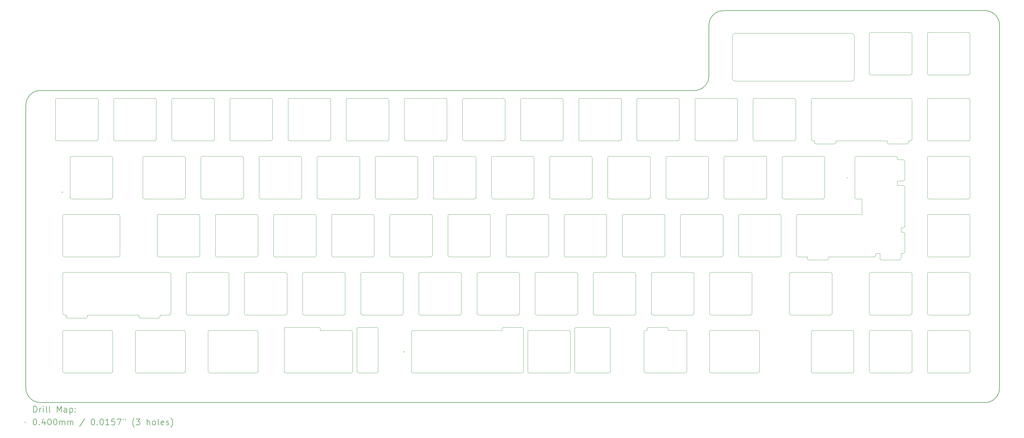
<source format=gbr>
%FSLAX45Y45*%
G04 Gerber Fmt 4.5, Leading zero omitted, Abs format (unit mm)*
G04 Created by KiCad (PCBNEW (6.0.0-0)) date 2022-10-17 22:45:53*
%MOMM*%
%LPD*%
G01*
G04 APERTURE LIST*
%TA.AperFunction,Profile*%
%ADD10C,0.050000*%
%TD*%
%TA.AperFunction,Profile*%
%ADD11C,0.150000*%
%TD*%
%ADD12C,0.200000*%
%ADD13C,0.040000*%
G04 APERTURE END LIST*
D10*
X13675000Y-12908750D02*
G75*
G03*
X13625000Y-12958750I0J-50000D01*
G01*
X21076250Y-14818750D02*
G75*
G03*
X21026250Y-14868750I0J-50000D01*
G01*
D11*
X36051250Y-4297500D02*
X27456250Y-4297500D01*
D10*
X29382500Y-9138750D02*
X29382500Y-10438750D01*
X30337500Y-7228750D02*
X30337500Y-8528750D01*
X6557000Y-14309250D02*
X8245000Y-14309250D01*
X34157500Y-5063750D02*
X34157500Y-6363750D01*
X27950000Y-12348750D02*
G75*
G03*
X28000000Y-12398750I50000J0D01*
G01*
X18367500Y-7228750D02*
G75*
G03*
X18317500Y-7178750I-50000J0D01*
G01*
X30909950Y-12398750D02*
X32403750Y-12398750D01*
X14547500Y-8528750D02*
X14547500Y-7228750D01*
X33597500Y-6413750D02*
G75*
G03*
X33647500Y-6363750I0J50000D01*
G01*
X13065000Y-12908750D02*
X11765000Y-12908750D01*
X15025000Y-12958750D02*
G75*
G03*
X14975000Y-12908750I-50000J0D01*
G01*
X32297500Y-16218750D02*
X33597500Y-16218750D01*
X24575000Y-14258750D02*
X24575000Y-12958750D01*
X32297500Y-6413750D02*
X33597500Y-6413750D01*
X27917500Y-8528750D02*
X27917500Y-7228750D01*
X33597500Y-12908750D02*
X32297500Y-12908750D01*
X16967500Y-8528750D02*
G75*
G03*
X17017500Y-8578750I50000J0D01*
G01*
X11155000Y-12908750D02*
X9855000Y-12908750D01*
X25480000Y-10998750D02*
X24180000Y-10998750D01*
X24896250Y-14818750D02*
G75*
G03*
X24846250Y-14868750I0J-50000D01*
G01*
X34157500Y-14258750D02*
G75*
G03*
X34207500Y-14308750I50000J0D01*
G01*
X9722500Y-16218750D02*
G75*
G03*
X9772500Y-16168750I0J50000D01*
G01*
X10200000Y-12398750D02*
G75*
G03*
X10250000Y-12348750I0J50000D01*
G01*
X15457550Y-16218750D02*
X16057550Y-16218750D01*
X12110000Y-12398750D02*
G75*
G03*
X12160000Y-12348750I0J50000D01*
G01*
X8245050Y-14358750D02*
G75*
G03*
X8295050Y-14408750I50000J0D01*
G01*
X33358750Y-11587550D02*
X33297550Y-11587550D01*
X34157500Y-16168750D02*
G75*
G03*
X34207500Y-16218750I50000J0D01*
G01*
X25085000Y-12958750D02*
X25085000Y-14258750D01*
X9245000Y-12908750D02*
X7945000Y-12908750D01*
X18450000Y-12398750D02*
X19750000Y-12398750D01*
X14630000Y-10998750D02*
G75*
G03*
X14580000Y-11048750I0J-50000D01*
G01*
X13115000Y-14258750D02*
X13115000Y-12958750D01*
X31098700Y-8678750D02*
G75*
G03*
X31148700Y-8628750I0J50000D01*
G01*
X5796250Y-14308750D02*
X5857450Y-14309250D01*
X33408750Y-10093750D02*
G75*
G03*
X33358750Y-10043750I-50000J0D01*
G01*
X31820000Y-9088750D02*
G75*
G03*
X31770000Y-9138750I0J-50000D01*
G01*
X8183750Y-14818750D02*
G75*
G03*
X8133750Y-14868750I0J-50000D01*
G01*
X26196250Y-14818750D02*
X25642500Y-14818750D01*
X15057500Y-7228750D02*
X15057500Y-8528750D01*
X7467500Y-7178750D02*
G75*
G03*
X7417500Y-7228750I0J-50000D01*
G01*
X13147500Y-7228750D02*
X13147500Y-8528750D01*
X32642500Y-7178750D02*
X31342500Y-7178750D01*
X27950000Y-11048750D02*
X27950000Y-12348750D01*
D11*
X36051250Y-17190000D02*
G75*
G03*
X36528750Y-16712500I0J477500D01*
G01*
D10*
X10200000Y-10998750D02*
X8900000Y-10998750D01*
X35507500Y-6413750D02*
G75*
G03*
X35557500Y-6363750I0J50000D01*
G01*
X30732500Y-10488750D02*
G75*
G03*
X30782500Y-10438750I0J50000D01*
G01*
X33597500Y-14818750D02*
X32297500Y-14818750D01*
X12110000Y-14818750D02*
X10571250Y-14818750D01*
X27045000Y-14308750D02*
X28345000Y-14308750D01*
X34207500Y-16218750D02*
X35507500Y-16218750D01*
X33358750Y-12287550D02*
G75*
G03*
X33408750Y-12237550I0J50000D01*
G01*
X23570000Y-12398750D02*
G75*
G03*
X23620000Y-12348750I0J50000D01*
G01*
X22747500Y-7178750D02*
G75*
G03*
X22697500Y-7228750I0J-50000D01*
G01*
X25002500Y-10488750D02*
G75*
G03*
X25052500Y-10438750I0J50000D01*
G01*
X35557500Y-10438750D02*
X35557500Y-9138750D01*
X20310000Y-11048750D02*
X20310000Y-12348750D01*
X5746250Y-14868750D02*
X5746250Y-16168750D01*
X11287500Y-8578750D02*
X12587500Y-8578750D01*
X34207500Y-6413750D02*
X35507500Y-6413750D01*
X19832500Y-10438750D02*
G75*
G03*
X19882500Y-10488750I50000J0D01*
G01*
X12587500Y-7178750D02*
X11287500Y-7178750D01*
X35557500Y-8528750D02*
X35557500Y-7228750D01*
X14580000Y-12348750D02*
G75*
G03*
X14630000Y-12398750I50000J0D01*
G01*
X15535000Y-14258750D02*
G75*
G03*
X15585000Y-14308750I50000J0D01*
G01*
X20277500Y-7228750D02*
G75*
G03*
X20227500Y-7178750I-50000J0D01*
G01*
X29827500Y-8528750D02*
X29827500Y-7228750D01*
X12160000Y-14868750D02*
G75*
G03*
X12110000Y-14818750I-50000J0D01*
G01*
X17890000Y-12348750D02*
X17890000Y-11048750D01*
X12242500Y-9088750D02*
G75*
G03*
X12192500Y-9138750I0J-50000D01*
G01*
X5507500Y-7228750D02*
X5507500Y-8528750D01*
X22665000Y-12958750D02*
G75*
G03*
X22615000Y-12908750I-50000J0D01*
G01*
X25592500Y-14718750D02*
X24992500Y-14718750D01*
X8051250Y-12908750D02*
X6751250Y-12908750D01*
X35507500Y-5013750D02*
X34207500Y-5013750D01*
X35507500Y-7178750D02*
X34207500Y-7178750D01*
X21710000Y-12348750D02*
X21710000Y-11048750D01*
X12670000Y-11048750D02*
X12670000Y-12348750D01*
X18317500Y-8578750D02*
G75*
G03*
X18367500Y-8528750I0J50000D01*
G01*
X17922500Y-9138750D02*
X17922500Y-10438750D01*
X26090000Y-12398750D02*
X27390000Y-12398750D01*
X23620000Y-12348750D02*
X23620000Y-11048750D01*
X33647500Y-7228750D02*
G75*
G03*
X33597500Y-7178750I-50000J0D01*
G01*
X27522500Y-10488750D02*
X28822500Y-10488750D01*
X5857450Y-14309250D02*
X5857450Y-14358750D01*
X25530000Y-12348750D02*
X25530000Y-11048750D01*
X30782500Y-10438750D02*
X30782500Y-9138750D01*
X27472500Y-10438750D02*
G75*
G03*
X27522500Y-10488750I50000J0D01*
G01*
X15930000Y-12398750D02*
G75*
G03*
X15980000Y-12348750I0J50000D01*
G01*
X26435000Y-12908750D02*
X25135000Y-12908750D01*
X28477500Y-7178750D02*
G75*
G03*
X28427500Y-7228750I0J-50000D01*
G01*
X7623750Y-12348750D02*
X7623750Y-11048750D01*
X18927500Y-8578750D02*
X20227500Y-8578750D01*
X27045000Y-14818750D02*
G75*
G03*
X26995000Y-14868750I0J-50000D01*
G01*
X20232450Y-14718750D02*
G75*
G03*
X20182450Y-14768750I0J-50000D01*
G01*
X30971250Y-14308750D02*
G75*
G03*
X31021250Y-14258750I0J50000D01*
G01*
X10521250Y-14868750D02*
X10521250Y-16168750D01*
X16062500Y-10488750D02*
X17362500Y-10488750D01*
X30387500Y-7178750D02*
G75*
G03*
X30337500Y-7228750I0J-50000D01*
G01*
X30448700Y-8628750D02*
G75*
G03*
X30498700Y-8678750I50000J0D01*
G01*
X25530000Y-11048750D02*
G75*
G03*
X25480000Y-10998750I-50000J0D01*
G01*
X32008750Y-10998750D02*
X29910000Y-10998750D01*
X26995000Y-14868750D02*
X26995000Y-16168750D01*
X19322500Y-9138750D02*
G75*
G03*
X19272500Y-9088750I-50000J0D01*
G01*
X18795000Y-12908750D02*
X17495000Y-12908750D01*
X22137500Y-7178750D02*
X20837500Y-7178750D01*
X5557500Y-7178750D02*
G75*
G03*
X5507500Y-7228750I0J-50000D01*
G01*
X35557500Y-14258750D02*
X35557500Y-12958750D01*
X26246250Y-16168750D02*
X26246250Y-14868750D01*
X26995000Y-12958750D02*
X26995000Y-14258750D01*
X11205000Y-12958750D02*
G75*
G03*
X11155000Y-12908750I-50000J0D01*
G01*
X22615000Y-14308750D02*
G75*
G03*
X22665000Y-14258750I0J50000D01*
G01*
X6907500Y-8528750D02*
X6907500Y-7228750D01*
D11*
X4536250Y-16712500D02*
X4536250Y-7401250D01*
D10*
X23142500Y-9138750D02*
G75*
G03*
X23092500Y-9088750I-50000J0D01*
G01*
D11*
X36528750Y-16712500D02*
X36528750Y-4775000D01*
D10*
X35557500Y-12348750D02*
X35557500Y-11048750D01*
X22187500Y-7228750D02*
G75*
G03*
X22137500Y-7178750I-50000J0D01*
G01*
X5796250Y-10998750D02*
G75*
G03*
X5746250Y-11048750I0J-50000D01*
G01*
X26517500Y-7228750D02*
X26517500Y-8528750D01*
X32247500Y-5063750D02*
X32247500Y-6363750D01*
X28000000Y-10998750D02*
G75*
G03*
X27950000Y-11048750I0J-50000D01*
G01*
X19405000Y-14308750D02*
X20705000Y-14308750D01*
X21792500Y-9088750D02*
G75*
G03*
X21742500Y-9138750I0J-50000D01*
G01*
X5796250Y-12908750D02*
G75*
G03*
X5746250Y-12958750I0J-50000D01*
G01*
X34157500Y-9138750D02*
X34157500Y-10438750D01*
X19882500Y-9088750D02*
G75*
G03*
X19832500Y-9138750I0J-50000D01*
G01*
X24130000Y-11048750D02*
X24130000Y-12348750D01*
X12720000Y-10998750D02*
G75*
G03*
X12670000Y-11048750I0J-50000D01*
G01*
X30209950Y-12448750D02*
G75*
G03*
X30259950Y-12498750I50000J0D01*
G01*
X34207500Y-14308750D02*
X35507500Y-14308750D01*
X10521250Y-16168750D02*
G75*
G03*
X10571250Y-16218750I50000J0D01*
G01*
X5746250Y-14258750D02*
G75*
G03*
X5796250Y-14308750I50000J0D01*
G01*
X10571250Y-16218750D02*
X12110000Y-16218750D01*
X8245000Y-14309250D02*
X8245000Y-14358750D01*
X19355000Y-12958750D02*
X19355000Y-14258750D01*
X8767500Y-7178750D02*
X7467500Y-7178750D01*
X17206250Y-16168750D02*
G75*
G03*
X17256250Y-16218750I50000J0D01*
G01*
X30209950Y-12398750D02*
X30209950Y-12448750D01*
X14070000Y-12348750D02*
X14070000Y-11048750D01*
X24896250Y-16218750D02*
X26196250Y-16218750D01*
X32297500Y-12908750D02*
G75*
G03*
X32247500Y-12958750I0J-50000D01*
G01*
X18400000Y-12348750D02*
G75*
G03*
X18450000Y-12398750I50000J0D01*
G01*
X10760000Y-11048750D02*
X10760000Y-12348750D01*
X20182450Y-14768750D02*
X20182450Y-14818250D01*
X32403750Y-12398750D02*
G75*
G03*
X32453750Y-12348750I0J50000D01*
G01*
X30387500Y-16218750D02*
X31687500Y-16218750D01*
X10521250Y-16168750D02*
G75*
G03*
X10571250Y-16218750I50000J0D01*
G01*
X28427500Y-7228750D02*
X28427500Y-8528750D01*
X14020000Y-12398750D02*
G75*
G03*
X14070000Y-12348750I0J50000D01*
G01*
X25612500Y-10488750D02*
X26912500Y-10488750D01*
X18367500Y-8528750D02*
X18367500Y-7228750D01*
X12110000Y-16218750D02*
G75*
G03*
X12160000Y-16168750I0J50000D01*
G01*
X33297550Y-12448750D02*
X33297550Y-12287550D01*
X5746250Y-12958750D02*
X5746250Y-14258750D01*
X33170000Y-9899950D02*
X33358750Y-9899950D01*
X28583750Y-16218750D02*
G75*
G03*
X28633750Y-16168750I0J50000D01*
G01*
X8422500Y-9088750D02*
G75*
G03*
X8372500Y-9138750I0J-50000D01*
G01*
X5746250Y-16168750D02*
G75*
G03*
X5796250Y-16218750I50000J0D01*
G01*
X14102500Y-10438750D02*
G75*
G03*
X14152500Y-10488750I50000J0D01*
G01*
X16885000Y-12908750D02*
X15585000Y-12908750D01*
X12192500Y-9138750D02*
X12192500Y-10438750D01*
X13147500Y-8528750D02*
G75*
G03*
X13197500Y-8578750I50000J0D01*
G01*
X30859950Y-12498750D02*
G75*
G03*
X30909950Y-12448750I0J50000D01*
G01*
X16062500Y-9088750D02*
G75*
G03*
X16012500Y-9138750I0J-50000D01*
G01*
X23683750Y-16218750D02*
G75*
G03*
X23733750Y-16168750I0J50000D01*
G01*
X6035000Y-10488750D02*
X7335000Y-10488750D01*
X28633750Y-16168750D02*
X28633750Y-14868750D01*
X16935000Y-12958750D02*
G75*
G03*
X16885000Y-12908750I-50000J0D01*
G01*
X20832450Y-14718750D02*
X20232450Y-14718750D01*
X34207500Y-12908750D02*
G75*
G03*
X34157500Y-12958750I0J-50000D01*
G01*
X26090000Y-10998750D02*
G75*
G03*
X26040000Y-11048750I0J-50000D01*
G01*
X17972500Y-10488750D02*
X19272500Y-10488750D01*
X13592500Y-10438750D02*
X13592500Y-9138750D01*
X5746250Y-14868750D02*
X5746250Y-16168750D01*
X26007500Y-7228750D02*
G75*
G03*
X25957500Y-7178750I-50000J0D01*
G01*
X24525000Y-14308750D02*
G75*
G03*
X24575000Y-14258750I0J50000D01*
G01*
X13542500Y-10488750D02*
G75*
G03*
X13592500Y-10438750I0J50000D01*
G01*
X35557500Y-12958750D02*
G75*
G03*
X35507500Y-12908750I-50000J0D01*
G01*
X30337500Y-16168750D02*
G75*
G03*
X30387500Y-16218750I50000J0D01*
G01*
X8767500Y-8578750D02*
G75*
G03*
X8817500Y-8528750I0J50000D01*
G01*
X14580000Y-11048750D02*
X14580000Y-12348750D01*
X28477500Y-8578750D02*
X29777500Y-8578750D01*
D11*
X5013750Y-6923750D02*
G75*
G03*
X4536250Y-7401250I0J-477500D01*
G01*
D10*
X35507500Y-12398750D02*
G75*
G03*
X35557500Y-12348750I0J50000D01*
G01*
X25480000Y-12398750D02*
G75*
G03*
X25530000Y-12348750I0J50000D01*
G01*
X20360000Y-12398750D02*
X21660000Y-12398750D01*
X33536300Y-8578750D02*
X33597500Y-8578750D01*
X15502500Y-9138750D02*
G75*
G03*
X15452500Y-9088750I-50000J0D01*
G01*
X7385000Y-16168750D02*
X7385000Y-14868750D01*
X15452500Y-10488750D02*
G75*
G03*
X15502500Y-10438750I0J50000D01*
G01*
X19750000Y-10998750D02*
X18450000Y-10998750D01*
X11632500Y-9088750D02*
X10332500Y-9088750D01*
X6507450Y-14408750D02*
G75*
G03*
X6557450Y-14358750I0J50000D01*
G01*
X11715000Y-14258750D02*
G75*
G03*
X11765000Y-14308750I50000J0D01*
G01*
X10727500Y-7228750D02*
G75*
G03*
X10677500Y-7178750I-50000J0D01*
G01*
X26040000Y-11048750D02*
X26040000Y-12348750D01*
X27045000Y-16218750D02*
X28583750Y-16218750D01*
X21182500Y-9088750D02*
X19882500Y-9088750D01*
X19800000Y-11048750D02*
G75*
G03*
X19750000Y-10998750I-50000J0D01*
G01*
X13115000Y-12958750D02*
G75*
G03*
X13065000Y-12908750I-50000J0D01*
G01*
X16457500Y-7228750D02*
G75*
G03*
X16407500Y-7178750I-50000J0D01*
G01*
X7385000Y-10438750D02*
X7385000Y-9138750D01*
X21232500Y-10438750D02*
X21232500Y-9138750D01*
X23225000Y-12908750D02*
G75*
G03*
X23175000Y-12958750I0J-50000D01*
G01*
X20755000Y-12958750D02*
G75*
G03*
X20705000Y-12908750I-50000J0D01*
G01*
X10677500Y-8578750D02*
G75*
G03*
X10727500Y-8528750I0J50000D01*
G01*
X10332500Y-9088750D02*
G75*
G03*
X10282500Y-9138750I0J-50000D01*
G01*
X33647500Y-16168750D02*
X33647500Y-14868750D01*
X9772500Y-9138750D02*
G75*
G03*
X9722500Y-9088750I-50000J0D01*
G01*
X10571250Y-14818750D02*
G75*
G03*
X10521250Y-14868750I0J-50000D01*
G01*
X31687500Y-16218750D02*
G75*
G03*
X31737500Y-16168750I0J50000D01*
G01*
X9855000Y-12908750D02*
G75*
G03*
X9805000Y-12958750I0J-50000D01*
G01*
X33408750Y-11393750D02*
X33408750Y-10093750D01*
X24846250Y-16168750D02*
G75*
G03*
X24896250Y-16218750I50000J0D01*
G01*
X23702500Y-10488750D02*
X25002500Y-10488750D01*
X13197500Y-7178750D02*
G75*
G03*
X13147500Y-7228750I0J-50000D01*
G01*
X7335000Y-10488750D02*
G75*
G03*
X7385000Y-10438750I0J50000D01*
G01*
X33247550Y-12498750D02*
G75*
G03*
X33297550Y-12448750I0J50000D01*
G01*
X17972500Y-9088750D02*
G75*
G03*
X17922500Y-9138750I0J-50000D01*
G01*
X27390000Y-12398750D02*
G75*
G03*
X27440000Y-12348750I0J50000D01*
G01*
X8183750Y-16218750D02*
X9722500Y-16218750D01*
X25612500Y-9088750D02*
G75*
G03*
X25562500Y-9138750I0J-50000D01*
G01*
X26912500Y-9088750D02*
X25612500Y-9088750D01*
X25052500Y-10438750D02*
X25052500Y-9138750D01*
X14975000Y-14308750D02*
G75*
G03*
X15025000Y-14258750I0J50000D01*
G01*
X35557500Y-7228750D02*
G75*
G03*
X35507500Y-7178750I-50000J0D01*
G01*
X32297500Y-14308750D02*
X33597500Y-14308750D01*
X35507500Y-12908750D02*
X34207500Y-12908750D01*
X28633750Y-14868750D02*
G75*
G03*
X28583750Y-14818750I-50000J0D01*
G01*
X29860000Y-11048750D02*
X29860000Y-12348750D01*
X34207500Y-9088750D02*
G75*
G03*
X34157500Y-9138750I0J-50000D01*
G01*
X27750000Y-5141250D02*
X27750000Y-6516250D01*
X22220000Y-12348750D02*
G75*
G03*
X22270000Y-12398750I50000J0D01*
G01*
X17890000Y-11048750D02*
G75*
G03*
X17840000Y-10998750I-50000J0D01*
G01*
X10521250Y-14868750D02*
X10521250Y-16168750D01*
X18877500Y-7228750D02*
X18877500Y-8528750D01*
X25135000Y-12908750D02*
G75*
G03*
X25085000Y-12958750I0J-50000D01*
G01*
D11*
X36528750Y-4775000D02*
G75*
G03*
X36051250Y-4297500I-477500J0D01*
G01*
D10*
X18845000Y-14258750D02*
X18845000Y-12958750D01*
X6557450Y-14358750D02*
X6557000Y-14309250D01*
X33647500Y-14258750D02*
X33647500Y-12958750D01*
X29350000Y-11048750D02*
G75*
G03*
X29300000Y-10998750I-50000J0D01*
G01*
X20882450Y-16168750D02*
X20882450Y-14768750D01*
X14497500Y-8578750D02*
G75*
G03*
X14547500Y-8528750I0J50000D01*
G01*
X19405000Y-12908750D02*
G75*
G03*
X19355000Y-12958750I0J-50000D01*
G01*
X20755000Y-14258750D02*
X20755000Y-12958750D01*
X26040000Y-12348750D02*
G75*
G03*
X26090000Y-12398750I50000J0D01*
G01*
X25957500Y-7178750D02*
X24657500Y-7178750D01*
X11155000Y-14308750D02*
G75*
G03*
X11205000Y-14258750I0J50000D01*
G01*
X21742500Y-10438750D02*
G75*
G03*
X21792500Y-10488750I50000J0D01*
G01*
X22270000Y-10998750D02*
G75*
G03*
X22220000Y-11048750I0J-50000D01*
G01*
X27522500Y-9088750D02*
G75*
G03*
X27472500Y-9138750I0J-50000D01*
G01*
X9855000Y-14308750D02*
X11155000Y-14308750D01*
X16057550Y-14718750D02*
X15457550Y-14718750D01*
X24846250Y-16168750D02*
G75*
G03*
X24896250Y-16218750I50000J0D01*
G01*
X33358750Y-10043750D02*
X33170000Y-10043750D01*
X16057550Y-16218750D02*
G75*
G03*
X16107550Y-16168750I0J50000D01*
G01*
X16885000Y-14308750D02*
G75*
G03*
X16935000Y-14258750I0J50000D01*
G01*
X22747500Y-8578750D02*
X24047500Y-8578750D01*
X26485000Y-14258750D02*
X26485000Y-12958750D01*
X15025000Y-14258750D02*
X15025000Y-12958750D01*
X8133750Y-16168750D02*
G75*
G03*
X8183750Y-16218750I50000J0D01*
G01*
X34207500Y-12398750D02*
X35507500Y-12398750D01*
X5796250Y-16218750D02*
X7335000Y-16218750D01*
X22187500Y-8528750D02*
X22187500Y-7228750D01*
X15535000Y-12958750D02*
X15535000Y-14258750D01*
X14975000Y-12908750D02*
X13675000Y-12908750D01*
X23652500Y-9138750D02*
X23652500Y-10438750D01*
X31675000Y-5041250D02*
X27850000Y-5041250D01*
X35507500Y-16218750D02*
G75*
G03*
X35557500Y-16168750I0J50000D01*
G01*
D11*
X27456250Y-4297500D02*
G75*
G03*
X26978750Y-4775000I0J-477500D01*
G01*
D10*
X22220000Y-11048750D02*
X22220000Y-12348750D01*
X8133750Y-14868750D02*
X8133750Y-16168750D01*
X25085000Y-14258750D02*
G75*
G03*
X25135000Y-14308750I50000J0D01*
G01*
X12670000Y-12348750D02*
G75*
G03*
X12720000Y-12398750I50000J0D01*
G01*
X34207500Y-10998750D02*
G75*
G03*
X34157500Y-11048750I0J-50000D01*
G01*
X18400000Y-11048750D02*
X18400000Y-12348750D01*
X26912500Y-10488750D02*
G75*
G03*
X26962500Y-10438750I0J50000D01*
G01*
X26435000Y-14308750D02*
G75*
G03*
X26485000Y-14258750I0J50000D01*
G01*
X33486300Y-8678750D02*
G75*
G03*
X33536300Y-8628750I0J50000D01*
G01*
X14102500Y-9138750D02*
X14102500Y-10438750D01*
X33647500Y-5063750D02*
G75*
G03*
X33597500Y-5013750I-50000J0D01*
G01*
X30498700Y-8678750D02*
X31098700Y-8678750D01*
X34157500Y-6363750D02*
G75*
G03*
X34207500Y-6413750I50000J0D01*
G01*
X14547500Y-7228750D02*
G75*
G03*
X14497500Y-7178750I-50000J0D01*
G01*
X31737500Y-16168750D02*
X31737500Y-14868750D01*
X13592500Y-9138750D02*
G75*
G03*
X13542500Y-9088750I-50000J0D01*
G01*
X15452500Y-9088750D02*
X14152500Y-9088750D01*
X34157500Y-7228750D02*
X34157500Y-8528750D01*
X32597550Y-12287550D02*
X32453750Y-12287550D01*
X12720000Y-12398750D02*
X14020000Y-12398750D01*
X14212500Y-14768750D02*
G75*
G03*
X14162500Y-14718750I-50000J0D01*
G01*
X11237500Y-8528750D02*
G75*
G03*
X11287500Y-8578750I50000J0D01*
G01*
X10677500Y-7178750D02*
X9377500Y-7178750D01*
X27867500Y-7178750D02*
X26567500Y-7178750D01*
X24896250Y-14818750D02*
G75*
G03*
X24846250Y-14868750I0J-50000D01*
G01*
X30387500Y-14818750D02*
G75*
G03*
X30337500Y-14868750I0J-50000D01*
G01*
X24607500Y-7228750D02*
X24607500Y-8528750D01*
X16012500Y-9138750D02*
X16012500Y-10438750D01*
X33647500Y-6363750D02*
X33647500Y-5063750D01*
X17495000Y-14308750D02*
X18795000Y-14308750D01*
X16490000Y-12348750D02*
G75*
G03*
X16540000Y-12398750I50000J0D01*
G01*
X8133750Y-14868750D02*
X8133750Y-16168750D01*
X30971250Y-12908750D02*
X29671250Y-12908750D01*
X11715000Y-12958750D02*
X11715000Y-14258750D01*
X7467500Y-8578750D02*
X8767500Y-8578750D01*
X17412500Y-10438750D02*
X17412500Y-9138750D01*
X5507500Y-8528750D02*
G75*
G03*
X5557500Y-8578750I50000J0D01*
G01*
X17206250Y-14868750D02*
X17206250Y-16168750D01*
X21232500Y-9138750D02*
G75*
G03*
X21182500Y-9088750I-50000J0D01*
G01*
X7335000Y-16218750D02*
G75*
G03*
X7385000Y-16168750I0J50000D01*
G01*
X25562500Y-10438750D02*
G75*
G03*
X25612500Y-10488750I50000J0D01*
G01*
X29860000Y-12348750D02*
G75*
G03*
X29910000Y-12398750I50000J0D01*
G01*
X35507500Y-9088750D02*
X34207500Y-9088750D01*
X13675000Y-14308750D02*
X14975000Y-14308750D01*
X24657500Y-8578750D02*
X25957500Y-8578750D01*
X14212500Y-14818250D02*
X14212500Y-14768750D01*
X20787500Y-8528750D02*
G75*
G03*
X20837500Y-8578750I50000J0D01*
G01*
X31770000Y-9138750D02*
X31770000Y-10438750D01*
X15263750Y-14868750D02*
G75*
G03*
X15213750Y-14818750I-50000J0D01*
G01*
X19882500Y-10488750D02*
X21182500Y-10488750D01*
X24575000Y-12958750D02*
G75*
G03*
X24525000Y-12908750I-50000J0D01*
G01*
X26246250Y-16168750D02*
X26246250Y-14868750D01*
X17362500Y-10488750D02*
G75*
G03*
X17412500Y-10438750I0J50000D01*
G01*
X15107500Y-8578750D02*
X16407500Y-8578750D01*
X19272500Y-10488750D02*
G75*
G03*
X19322500Y-10438750I0J50000D01*
G01*
X32836300Y-8628750D02*
G75*
G03*
X32886300Y-8678750I50000J0D01*
G01*
X14152500Y-10488750D02*
X15452500Y-10488750D01*
X13069950Y-14718750D02*
G75*
G03*
X13019950Y-14768750I0J-50000D01*
G01*
D11*
X26501250Y-6923750D02*
G75*
G03*
X26978750Y-6446250I0J477500D01*
G01*
D10*
X6857500Y-8578750D02*
G75*
G03*
X6907500Y-8528750I0J50000D01*
G01*
X26007500Y-8528750D02*
X26007500Y-7228750D01*
X34157500Y-10438750D02*
G75*
G03*
X34207500Y-10488750I50000J0D01*
G01*
X32247500Y-14258750D02*
G75*
G03*
X32297500Y-14308750I50000J0D01*
G01*
D11*
X26978750Y-6446250D02*
X26978750Y-4775000D01*
D10*
X35557500Y-16168750D02*
X35557500Y-14868750D01*
X8183750Y-14818750D02*
G75*
G03*
X8133750Y-14868750I0J-50000D01*
G01*
X8900000Y-10998750D02*
G75*
G03*
X8850000Y-11048750I0J-50000D01*
G01*
X7417500Y-7228750D02*
X7417500Y-8528750D01*
X15213750Y-16218750D02*
G75*
G03*
X15263750Y-16168750I0J50000D01*
G01*
X7623750Y-11048750D02*
G75*
G03*
X7573750Y-10998750I-50000J0D01*
G01*
X21026250Y-16168750D02*
G75*
G03*
X21076250Y-16218750I50000J0D01*
G01*
X32247500Y-14868750D02*
X32247500Y-16168750D01*
X25052500Y-9138750D02*
G75*
G03*
X25002500Y-9088750I-50000J0D01*
G01*
X23175000Y-12958750D02*
X23175000Y-14258750D01*
X20705000Y-14308750D02*
G75*
G03*
X20755000Y-14258750I0J50000D01*
G01*
X33486300Y-7178750D02*
X32886300Y-7178750D01*
X35557500Y-5063750D02*
G75*
G03*
X35507500Y-5013750I-50000J0D01*
G01*
X7573750Y-10998750D02*
X5796250Y-10998750D01*
X30259950Y-12498750D02*
X30859950Y-12498750D01*
X21076250Y-16218750D02*
X22376250Y-16218750D01*
X25957500Y-8578750D02*
G75*
G03*
X26007500Y-8528750I0J50000D01*
G01*
X35557500Y-14868750D02*
G75*
G03*
X35507500Y-14818750I-50000J0D01*
G01*
X12242500Y-10488750D02*
X13542500Y-10488750D01*
X27440000Y-11048750D02*
G75*
G03*
X27390000Y-10998750I-50000J0D01*
G01*
X33597500Y-7178750D02*
X32297500Y-7178750D01*
X33297550Y-11443750D02*
X33358750Y-11443750D01*
X26567500Y-8578750D02*
X27867500Y-8578750D01*
X29671250Y-12908750D02*
G75*
G03*
X29621250Y-12958750I0J-50000D01*
G01*
X31021250Y-14258750D02*
X31021250Y-12958750D01*
X32836300Y-8578750D02*
X32836300Y-8628750D01*
X17840000Y-10998750D02*
X16540000Y-10998750D01*
X8895050Y-14408750D02*
G75*
G03*
X8945050Y-14358750I0J50000D01*
G01*
X29671250Y-14308750D02*
X30971250Y-14308750D01*
X9722500Y-10488750D02*
G75*
G03*
X9772500Y-10438750I0J50000D01*
G01*
X8372500Y-10438750D02*
G75*
G03*
X8422500Y-10488750I50000J0D01*
G01*
X28000000Y-12398750D02*
X29300000Y-12398750D01*
X17017500Y-7178750D02*
G75*
G03*
X16967500Y-7228750I0J-50000D01*
G01*
X30337500Y-8528750D02*
G75*
G03*
X30387500Y-8578750I50000J0D01*
G01*
X19322500Y-10438750D02*
X19322500Y-9138750D01*
X16012500Y-10438750D02*
G75*
G03*
X16062500Y-10488750I50000J0D01*
G01*
X31820000Y-10488750D02*
X32008750Y-10488750D01*
X13065000Y-14308750D02*
G75*
G03*
X13115000Y-14258750I0J50000D01*
G01*
X20837500Y-7178750D02*
G75*
G03*
X20787500Y-7228750I0J-50000D01*
G01*
X29777500Y-7178750D02*
X28477500Y-7178750D01*
X24097500Y-8528750D02*
X24097500Y-7228750D01*
X35557500Y-9138750D02*
G75*
G03*
X35507500Y-9088750I-50000J0D01*
G01*
X19272500Y-9088750D02*
X17972500Y-9088750D01*
X32886300Y-8678750D02*
X33486300Y-8678750D01*
X16457500Y-8528750D02*
X16457500Y-7228750D01*
X31687500Y-7178750D02*
X30387500Y-7178750D01*
X29777500Y-8578750D02*
G75*
G03*
X29827500Y-8528750I0J50000D01*
G01*
X24180000Y-12398750D02*
X25480000Y-12398750D01*
X16540000Y-10998750D02*
G75*
G03*
X16490000Y-11048750I0J-50000D01*
G01*
X20310000Y-12348750D02*
G75*
G03*
X20360000Y-12398750I50000J0D01*
G01*
X22615000Y-12908750D02*
X21315000Y-12908750D01*
X27440000Y-12348750D02*
X27440000Y-11048750D01*
X13913750Y-16218750D02*
X15213750Y-16218750D01*
X8945050Y-14358750D02*
X8945000Y-14309250D01*
X19832500Y-9138750D02*
X19832500Y-10438750D01*
X25002500Y-9088750D02*
X23702500Y-9088750D01*
X33597500Y-5013750D02*
X32297500Y-5013750D01*
X12160000Y-11048750D02*
G75*
G03*
X12110000Y-10998750I-50000J0D01*
G01*
X21710000Y-11048750D02*
G75*
G03*
X21660000Y-10998750I-50000J0D01*
G01*
X9772500Y-14868750D02*
G75*
G03*
X9722500Y-14818750I-50000J0D01*
G01*
X20832450Y-16218750D02*
G75*
G03*
X20882450Y-16168750I0J50000D01*
G01*
X11765000Y-12908750D02*
G75*
G03*
X11715000Y-12958750I0J-50000D01*
G01*
X34157500Y-12348750D02*
G75*
G03*
X34207500Y-12398750I50000J0D01*
G01*
X33597500Y-16218750D02*
G75*
G03*
X33647500Y-16168750I0J50000D01*
G01*
X32597550Y-12287550D02*
X32597550Y-12448750D01*
X24942500Y-14818750D02*
X24896250Y-14818750D01*
X9772500Y-16168750D02*
X9772500Y-14868750D01*
X17922500Y-10438750D02*
G75*
G03*
X17972500Y-10488750I50000J0D01*
G01*
X24846250Y-14868750D02*
X24846250Y-16168750D01*
X32247500Y-16168750D02*
G75*
G03*
X32297500Y-16218750I50000J0D01*
G01*
X33170000Y-9199950D02*
X33170000Y-9138750D01*
X23620000Y-11048750D02*
G75*
G03*
X23570000Y-10998750I-50000J0D01*
G01*
X15407550Y-14768750D02*
X15407550Y-16168750D01*
X32297500Y-5013750D02*
G75*
G03*
X32247500Y-5063750I0J-50000D01*
G01*
X34157500Y-12958750D02*
X34157500Y-14258750D01*
X26962500Y-9138750D02*
G75*
G03*
X26912500Y-9088750I-50000J0D01*
G01*
X33170000Y-9138750D02*
G75*
G03*
X33120000Y-9088750I-50000J0D01*
G01*
X21315000Y-14308750D02*
X22615000Y-14308750D01*
X22376250Y-16218750D02*
G75*
G03*
X22426250Y-16168750I0J50000D01*
G01*
X5557500Y-8578750D02*
X6857500Y-8578750D01*
X30859950Y-10998750D02*
X30259950Y-10998750D01*
X33408750Y-12237550D02*
X33408750Y-11637550D01*
X27045000Y-12908750D02*
G75*
G03*
X26995000Y-12958750I0J-50000D01*
G01*
X12192500Y-10438750D02*
G75*
G03*
X12242500Y-10488750I50000J0D01*
G01*
X20837500Y-8578750D02*
X22137500Y-8578750D01*
X28822500Y-9088750D02*
X27522500Y-9088750D01*
X30387500Y-8578750D02*
X30448700Y-8578750D01*
X10332500Y-10488750D02*
X11632500Y-10488750D01*
X23142500Y-10438750D02*
X23142500Y-9138750D01*
X35507500Y-10488750D02*
G75*
G03*
X35557500Y-10438750I0J50000D01*
G01*
X26196250Y-16218750D02*
G75*
G03*
X26246250Y-16168750I0J50000D01*
G01*
X33297550Y-12287550D02*
X33358750Y-12287550D01*
X32008750Y-10488750D02*
X32008750Y-10998750D01*
X27867500Y-8578750D02*
G75*
G03*
X27917500Y-8528750I0J50000D01*
G01*
X10282500Y-9138750D02*
X10282500Y-10438750D01*
X18927500Y-16218750D02*
X20227500Y-16218750D01*
X22570050Y-14768750D02*
X22570050Y-16168750D01*
X22426250Y-16168750D02*
X22426250Y-14868750D01*
X31021250Y-12958750D02*
G75*
G03*
X30971250Y-12908750I-50000J0D01*
G01*
X22620050Y-14718750D02*
G75*
G03*
X22570050Y-14768750I0J-50000D01*
G01*
X33647500Y-8528750D02*
X33647500Y-7228750D01*
X17256250Y-14818750D02*
G75*
G03*
X17206250Y-14868750I0J-50000D01*
G01*
X25642500Y-14818750D02*
X25642500Y-14768750D01*
X28395000Y-12958750D02*
G75*
G03*
X28345000Y-12908750I-50000J0D01*
G01*
X12637500Y-7228750D02*
G75*
G03*
X12587500Y-7178750I-50000J0D01*
G01*
X20882450Y-14768750D02*
G75*
G03*
X20832450Y-14718750I-50000J0D01*
G01*
X18795000Y-14308750D02*
G75*
G03*
X18845000Y-14258750I0J50000D01*
G01*
X22697500Y-7228750D02*
X22697500Y-8528750D01*
X9805000Y-14258750D02*
G75*
G03*
X9855000Y-14308750I50000J0D01*
G01*
X22137500Y-8578750D02*
G75*
G03*
X22187500Y-8528750I0J50000D01*
G01*
X15213750Y-14818750D02*
X14212500Y-14818250D01*
X8133750Y-16168750D02*
G75*
G03*
X8183750Y-16218750I50000J0D01*
G01*
X8850000Y-11048750D02*
X8850000Y-12348750D01*
X33647500Y-12958750D02*
G75*
G03*
X33597500Y-12908750I-50000J0D01*
G01*
X33408750Y-9249950D02*
G75*
G03*
X33358750Y-9199950I-50000J0D01*
G01*
X31148700Y-8578750D02*
X32836300Y-8578750D01*
X13542500Y-9088750D02*
X12242500Y-9088750D01*
X5796250Y-14818750D02*
G75*
G03*
X5746250Y-14868750I0J-50000D01*
G01*
X30337500Y-14868750D02*
X30337500Y-16168750D01*
X28345000Y-12908750D02*
X27045000Y-12908750D01*
X32647550Y-12498750D02*
X33247550Y-12498750D01*
X17256250Y-16218750D02*
X18927500Y-16218750D01*
X18845000Y-12958750D02*
G75*
G03*
X18795000Y-12908750I-50000J0D01*
G01*
X22270000Y-12398750D02*
X23570000Y-12398750D01*
X27917500Y-7228750D02*
G75*
G03*
X27867500Y-7178750I-50000J0D01*
G01*
X16490000Y-11048750D02*
X16490000Y-12348750D01*
X35507500Y-14308750D02*
G75*
G03*
X35557500Y-14258750I0J50000D01*
G01*
X26995000Y-16168750D02*
G75*
G03*
X27045000Y-16218750I50000J0D01*
G01*
X13019950Y-14768750D02*
X13019950Y-16168750D01*
X15263750Y-16168750D02*
X15263750Y-14868750D01*
X26517500Y-8528750D02*
G75*
G03*
X26567500Y-8578750I50000J0D01*
G01*
X25135000Y-14308750D02*
X26435000Y-14308750D01*
X23702500Y-9088750D02*
G75*
G03*
X23652500Y-9138750I0J-50000D01*
G01*
X23175000Y-14258750D02*
G75*
G03*
X23225000Y-14308750I50000J0D01*
G01*
X5985000Y-10438750D02*
G75*
G03*
X6035000Y-10488750I50000J0D01*
G01*
X9245000Y-14308750D02*
G75*
G03*
X9295000Y-14258750I0J50000D01*
G01*
X28583750Y-16218750D02*
G75*
G03*
X28633750Y-16168750I0J50000D01*
G01*
X5746250Y-12348750D02*
G75*
G03*
X5796250Y-12398750I50000J0D01*
G01*
X24047500Y-7178750D02*
X22747500Y-7178750D01*
X11682500Y-9138750D02*
G75*
G03*
X11632500Y-9088750I-50000J0D01*
G01*
X26485000Y-12958750D02*
G75*
G03*
X26435000Y-12908750I-50000J0D01*
G01*
X26196250Y-16218750D02*
G75*
G03*
X26246250Y-16168750I0J50000D01*
G01*
X32453750Y-12348750D02*
X32453750Y-12287550D01*
X33408750Y-11637550D02*
G75*
G03*
X33358750Y-11587550I-50000J0D01*
G01*
D11*
X36051250Y-17190000D02*
X5013750Y-17190000D01*
D10*
X9295000Y-14258750D02*
X9295000Y-12958750D01*
X33536300Y-8628750D02*
X33536300Y-8578750D01*
X17445000Y-12958750D02*
X17445000Y-14258750D01*
X34157500Y-11048750D02*
X34157500Y-12348750D01*
X33358750Y-9899950D02*
G75*
G03*
X33408750Y-9849950I0J50000D01*
G01*
X5796250Y-14818750D02*
G75*
G03*
X5746250Y-14868750I0J-50000D01*
G01*
X28395000Y-14258750D02*
X28395000Y-12958750D01*
X5796250Y-12398750D02*
X7573750Y-12398750D01*
X22376250Y-14818750D02*
X21076250Y-14818750D01*
X12587500Y-8578750D02*
G75*
G03*
X12637500Y-8528750I0J50000D01*
G01*
X23570000Y-10998750D02*
X22270000Y-10998750D01*
D11*
X4536250Y-16712500D02*
G75*
G03*
X5013750Y-17190000I477500J0D01*
G01*
D10*
X16407500Y-7178750D02*
X15107500Y-7178750D01*
X8295050Y-14408750D02*
X8895050Y-14408750D01*
X21265000Y-14258750D02*
G75*
G03*
X21315000Y-14308750I50000J0D01*
G01*
X20787500Y-7228750D02*
X20787500Y-8528750D01*
X7573750Y-12398750D02*
G75*
G03*
X7623750Y-12348750I0J50000D01*
G01*
X29910000Y-10998750D02*
G75*
G03*
X29860000Y-11048750I0J-50000D01*
G01*
X27390000Y-10998750D02*
X26090000Y-10998750D01*
X17412500Y-9138750D02*
G75*
G03*
X17362500Y-9088750I-50000J0D01*
G01*
X23733750Y-16168750D02*
X23733750Y-14768750D01*
X9377500Y-7178750D02*
G75*
G03*
X9327500Y-7228750I0J-50000D01*
G01*
X11632500Y-10488750D02*
G75*
G03*
X11682500Y-10438750I0J50000D01*
G01*
X34207500Y-14818750D02*
G75*
G03*
X34157500Y-14868750I0J-50000D01*
G01*
X33358750Y-11443750D02*
G75*
G03*
X33408750Y-11393750I0J50000D01*
G01*
X5985000Y-9138750D02*
X5985000Y-10438750D01*
X31675000Y-6616250D02*
G75*
G03*
X31750000Y-6541250I0J75000D01*
G01*
X30732500Y-9088750D02*
X29432500Y-9088750D01*
X23733750Y-14768750D02*
G75*
G03*
X23683750Y-14718750I-50000J0D01*
G01*
X33170000Y-9899950D02*
X33170000Y-10043750D01*
X20182450Y-14818250D02*
X17256250Y-14818750D01*
X11237500Y-7228750D02*
X11237500Y-8528750D01*
X21182500Y-10488750D02*
G75*
G03*
X21232500Y-10438750I0J50000D01*
G01*
X6857500Y-7178750D02*
X5557500Y-7178750D01*
X21660000Y-12398750D02*
G75*
G03*
X21710000Y-12348750I0J50000D01*
G01*
X30448700Y-8578750D02*
X30448700Y-8628750D01*
X16935000Y-14258750D02*
X16935000Y-12958750D01*
X5746250Y-16168750D02*
G75*
G03*
X5796250Y-16218750I50000J0D01*
G01*
X35507500Y-8578750D02*
G75*
G03*
X35557500Y-8528750I0J50000D01*
G01*
X16540000Y-12398750D02*
X17840000Y-12398750D01*
X13069950Y-16218750D02*
X14162500Y-16218750D01*
X18317500Y-7178750D02*
X17017500Y-7178750D01*
X19750000Y-12398750D02*
G75*
G03*
X19800000Y-12348750I0J50000D01*
G01*
X6907500Y-7228750D02*
G75*
G03*
X6857500Y-7178750I-50000J0D01*
G01*
X11765000Y-14308750D02*
X13065000Y-14308750D01*
X5857450Y-14358750D02*
G75*
G03*
X5907450Y-14408750I50000J0D01*
G01*
X34157500Y-8528750D02*
G75*
G03*
X34207500Y-8578750I50000J0D01*
G01*
X8900000Y-12398750D02*
X10200000Y-12398750D01*
X9327500Y-7228750D02*
X9327500Y-8528750D01*
X8850000Y-12348750D02*
G75*
G03*
X8900000Y-12398750I50000J0D01*
G01*
X8372500Y-9138750D02*
X8372500Y-10438750D01*
X31770000Y-10438750D02*
G75*
G03*
X31820000Y-10488750I50000J0D01*
G01*
X10250000Y-11048750D02*
G75*
G03*
X10200000Y-10998750I-50000J0D01*
G01*
X7335000Y-9088750D02*
X6035000Y-9088750D01*
X24180000Y-10998750D02*
G75*
G03*
X24130000Y-11048750I0J-50000D01*
G01*
X34207500Y-8578750D02*
X35507500Y-8578750D01*
X28633750Y-14868750D02*
G75*
G03*
X28583750Y-14818750I-50000J0D01*
G01*
X9722500Y-14818750D02*
X8183750Y-14818750D01*
X11682500Y-10438750D02*
X11682500Y-9138750D01*
X15502500Y-10438750D02*
X15502500Y-9138750D01*
X32597550Y-12448750D02*
G75*
G03*
X32647550Y-12498750I50000J0D01*
G01*
X24657500Y-7178750D02*
G75*
G03*
X24607500Y-7228750I0J-50000D01*
G01*
X33358750Y-9199950D02*
X33170000Y-9199950D01*
X14070000Y-11048750D02*
G75*
G03*
X14020000Y-10998750I-50000J0D01*
G01*
X27850000Y-6616250D02*
X31675000Y-6616250D01*
X28872500Y-10438750D02*
X28872500Y-9138750D01*
X10760000Y-12348750D02*
G75*
G03*
X10810000Y-12398750I50000J0D01*
G01*
X24992500Y-14718750D02*
G75*
G03*
X24942500Y-14768750I0J-50000D01*
G01*
X15980000Y-11048750D02*
G75*
G03*
X15930000Y-10998750I-50000J0D01*
G01*
X6035000Y-9088750D02*
G75*
G03*
X5985000Y-9138750I0J-50000D01*
G01*
X8817500Y-8528750D02*
X8817500Y-7228750D01*
X26567500Y-7178750D02*
G75*
G03*
X26517500Y-7228750I0J-50000D01*
G01*
X29827500Y-7228750D02*
G75*
G03*
X29777500Y-7178750I-50000J0D01*
G01*
X15407550Y-16168750D02*
G75*
G03*
X15457550Y-16218750I50000J0D01*
G01*
X9722500Y-9088750D02*
X8422500Y-9088750D01*
X28427500Y-8528750D02*
G75*
G03*
X28477500Y-8578750I50000J0D01*
G01*
X13625000Y-12958750D02*
X13625000Y-14258750D01*
X7385000Y-14868750D02*
G75*
G03*
X7335000Y-14818750I-50000J0D01*
G01*
X29621250Y-14258750D02*
G75*
G03*
X29671250Y-14308750I50000J0D01*
G01*
X14020000Y-10998750D02*
X12720000Y-10998750D01*
X17017500Y-8578750D02*
X18317500Y-8578750D01*
X24097500Y-7228750D02*
G75*
G03*
X24047500Y-7178750I-50000J0D01*
G01*
X15057500Y-8528750D02*
G75*
G03*
X15107500Y-8578750I50000J0D01*
G01*
X12637500Y-8528750D02*
X12637500Y-7228750D01*
X33120000Y-9088750D02*
X31820000Y-9088750D01*
X14630000Y-12398750D02*
X15930000Y-12398750D01*
X26995000Y-14258750D02*
G75*
G03*
X27045000Y-14308750I50000J0D01*
G01*
X29300000Y-12398750D02*
G75*
G03*
X29350000Y-12348750I0J50000D01*
G01*
X9805000Y-12958750D02*
X9805000Y-14258750D01*
X14152500Y-9088750D02*
G75*
G03*
X14102500Y-9138750I0J-50000D01*
G01*
X27472500Y-9138750D02*
X27472500Y-10438750D01*
X24047500Y-8578750D02*
G75*
G03*
X24097500Y-8528750I0J50000D01*
G01*
X20360000Y-10998750D02*
G75*
G03*
X20310000Y-11048750I0J-50000D01*
G01*
X21742500Y-9138750D02*
X21742500Y-10438750D01*
X7385000Y-9138750D02*
G75*
G03*
X7335000Y-9088750I-50000J0D01*
G01*
X10571250Y-14818750D02*
G75*
G03*
X10521250Y-14868750I0J-50000D01*
G01*
X15107500Y-7178750D02*
G75*
G03*
X15057500Y-7228750I0J-50000D01*
G01*
X29432500Y-9088750D02*
G75*
G03*
X29382500Y-9138750I0J-50000D01*
G01*
X20277500Y-8528750D02*
X20277500Y-7228750D01*
X32247500Y-12958750D02*
X32247500Y-14258750D01*
X23683750Y-14718750D02*
X22620050Y-14718750D01*
X31687500Y-14818750D02*
X30387500Y-14818750D01*
X32297500Y-14818750D02*
G75*
G03*
X32247500Y-14868750I0J-50000D01*
G01*
X5746250Y-11048750D02*
X5746250Y-12348750D01*
X7096250Y-12908750D02*
X5796250Y-12908750D01*
X24607500Y-8528750D02*
G75*
G03*
X24657500Y-8578750I50000J0D01*
G01*
X8817500Y-7228750D02*
G75*
G03*
X8767500Y-7178750I-50000J0D01*
G01*
X15585000Y-12908750D02*
G75*
G03*
X15535000Y-12958750I0J-50000D01*
G01*
X16407500Y-8578750D02*
G75*
G03*
X16457500Y-8528750I0J50000D01*
G01*
X32247500Y-6363750D02*
G75*
G03*
X32297500Y-6413750I50000J0D01*
G01*
X20705000Y-12908750D02*
X19405000Y-12908750D01*
X12160000Y-16168750D02*
X12160000Y-14868750D01*
X13197500Y-8578750D02*
X14497500Y-8578750D01*
X23225000Y-14308750D02*
X24525000Y-14308750D01*
X8422500Y-10488750D02*
X9722500Y-10488750D01*
X8895050Y-12908750D02*
X8295050Y-12908750D01*
X35507500Y-10998750D02*
X34207500Y-10998750D01*
X16967500Y-7228750D02*
X16967500Y-8528750D01*
X9772500Y-10438750D02*
X9772500Y-9138750D01*
X23092500Y-10488750D02*
G75*
G03*
X23142500Y-10438750I0J50000D01*
G01*
X34207500Y-7178750D02*
G75*
G03*
X34157500Y-7228750I0J-50000D01*
G01*
X33408750Y-9849950D02*
X33408750Y-9249950D01*
X29621250Y-12958750D02*
X29621250Y-14258750D01*
X19800000Y-12348750D02*
X19800000Y-11048750D01*
X24525000Y-12908750D02*
X23225000Y-12908750D01*
X5907450Y-14408750D02*
X6507450Y-14408750D01*
X35557500Y-6363750D02*
X35557500Y-5063750D01*
X18927500Y-7178750D02*
G75*
G03*
X18877500Y-7228750I0J-50000D01*
G01*
X21660000Y-10998750D02*
X20360000Y-10998750D01*
X7417500Y-8528750D02*
G75*
G03*
X7467500Y-8578750I50000J0D01*
G01*
X29350000Y-12348750D02*
X29350000Y-11048750D01*
X22665000Y-14258750D02*
X22665000Y-12958750D01*
X10810000Y-12398750D02*
X12110000Y-12398750D01*
X28822500Y-10488750D02*
G75*
G03*
X28872500Y-10438750I0J50000D01*
G01*
X34207500Y-5013750D02*
G75*
G03*
X34157500Y-5063750I0J-50000D01*
G01*
X15930000Y-10998750D02*
X14630000Y-10998750D01*
X17445000Y-14258750D02*
G75*
G03*
X17495000Y-14308750I50000J0D01*
G01*
X16107550Y-16168750D02*
X16107550Y-14768750D01*
X14497500Y-7178750D02*
X13197500Y-7178750D01*
X12160000Y-12348750D02*
X12160000Y-11048750D01*
X21792500Y-10488750D02*
X23092500Y-10488750D01*
X10282500Y-10438750D02*
G75*
G03*
X10332500Y-10488750I50000J0D01*
G01*
X15457550Y-14718750D02*
G75*
G03*
X15407550Y-14768750I0J-50000D01*
G01*
X30909950Y-12448750D02*
X30909950Y-12398750D01*
X28583750Y-14818750D02*
X27045000Y-14818750D01*
X20232450Y-16218750D02*
X20832450Y-16218750D01*
X20227500Y-8578750D02*
G75*
G03*
X20277500Y-8528750I0J50000D01*
G01*
X35557500Y-11048750D02*
G75*
G03*
X35507500Y-10998750I-50000J0D01*
G01*
X21315000Y-12908750D02*
G75*
G03*
X21265000Y-12958750I0J-50000D01*
G01*
X18877500Y-8528750D02*
G75*
G03*
X18927500Y-8578750I50000J0D01*
G01*
X26246250Y-14868750D02*
G75*
G03*
X26196250Y-14818750I-50000J0D01*
G01*
X18450000Y-10998750D02*
G75*
G03*
X18400000Y-11048750I0J-50000D01*
G01*
X9377500Y-8578750D02*
X10677500Y-8578750D01*
X24846250Y-14868750D02*
X24846250Y-16168750D01*
X25562500Y-9138750D02*
X25562500Y-10438750D01*
X9327500Y-8528750D02*
G75*
G03*
X9377500Y-8578750I50000J0D01*
G01*
X21265000Y-12958750D02*
X21265000Y-14258750D01*
X28633750Y-16168750D02*
X28633750Y-14868750D01*
X13019950Y-16168750D02*
G75*
G03*
X13069950Y-16218750I50000J0D01*
G01*
X34157500Y-14868750D02*
X34157500Y-16168750D01*
X23092500Y-9088750D02*
X21792500Y-9088750D01*
X25642500Y-14768750D02*
G75*
G03*
X25592500Y-14718750I-50000J0D01*
G01*
X15585000Y-14308750D02*
X16885000Y-14308750D01*
X15980000Y-12348750D02*
X15980000Y-11048750D01*
X27850000Y-5041250D02*
G75*
G03*
X27750000Y-5141250I0J-100000D01*
G01*
X33597500Y-14308750D02*
G75*
G03*
X33647500Y-14258750I0J50000D01*
G01*
X13625000Y-14258750D02*
G75*
G03*
X13675000Y-14308750I50000J0D01*
G01*
X16107550Y-14768750D02*
G75*
G03*
X16057550Y-14718750I-50000J0D01*
G01*
X35507500Y-14818750D02*
X34207500Y-14818750D01*
X11205000Y-14258750D02*
X11205000Y-12958750D01*
X29432500Y-10488750D02*
X30732500Y-10488750D01*
X24942500Y-14818250D02*
X24942500Y-14768750D01*
X22697500Y-8528750D02*
G75*
G03*
X22747500Y-8578750I50000J0D01*
G01*
X33297550Y-11587550D02*
X33297550Y-11443750D01*
X29300000Y-10998750D02*
X28000000Y-10998750D01*
X17840000Y-12398750D02*
G75*
G03*
X17890000Y-12348750I0J50000D01*
G01*
X11287500Y-7178750D02*
G75*
G03*
X11237500Y-7228750I0J-50000D01*
G01*
X10250000Y-12348750D02*
X10250000Y-11048750D01*
X23652500Y-10438750D02*
G75*
G03*
X23702500Y-10488750I50000J0D01*
G01*
X12110000Y-10998750D02*
X10810000Y-10998750D01*
X31750000Y-5116250D02*
G75*
G03*
X31675000Y-5041250I-75000J0D01*
G01*
X33597500Y-8578750D02*
G75*
G03*
X33647500Y-8528750I0J50000D01*
G01*
X17495000Y-12908750D02*
G75*
G03*
X17445000Y-12958750I0J-50000D01*
G01*
X17362500Y-9088750D02*
X16062500Y-9088750D01*
X20227500Y-7178750D02*
X18927500Y-7178750D01*
X22570050Y-16168750D02*
G75*
G03*
X22620050Y-16218750I50000J0D01*
G01*
X14162500Y-14718750D02*
X13069950Y-14718750D01*
X29910000Y-12398750D02*
X30209950Y-12398750D01*
X33647500Y-14868750D02*
G75*
G03*
X33597500Y-14818750I-50000J0D01*
G01*
X7335000Y-14818750D02*
X5796250Y-14818750D01*
X29382500Y-10438750D02*
G75*
G03*
X29432500Y-10488750I50000J0D01*
G01*
X22426250Y-14868750D02*
G75*
G03*
X22376250Y-14818750I-50000J0D01*
G01*
X10727500Y-8528750D02*
X10727500Y-7228750D01*
X26246250Y-14868750D02*
G75*
G03*
X26196250Y-14818750I-50000J0D01*
G01*
X26962500Y-10438750D02*
X26962500Y-9138750D01*
X34207500Y-10488750D02*
X35507500Y-10488750D01*
X21026250Y-14868750D02*
X21026250Y-16168750D01*
X28872500Y-9138750D02*
G75*
G03*
X28822500Y-9088750I-50000J0D01*
G01*
X8945000Y-14309250D02*
X9245000Y-14308750D01*
X9295000Y-12958750D02*
G75*
G03*
X9245000Y-12908750I-50000J0D01*
G01*
X10810000Y-10998750D02*
G75*
G03*
X10760000Y-11048750I0J-50000D01*
G01*
X28345000Y-14308750D02*
G75*
G03*
X28395000Y-14258750I0J50000D01*
G01*
X31737500Y-14868750D02*
G75*
G03*
X31687500Y-14818750I-50000J0D01*
G01*
D11*
X5013750Y-6923750D02*
X26501250Y-6923750D01*
D10*
X22620050Y-16218750D02*
X23683750Y-16218750D01*
X31750000Y-6541250D02*
X31750000Y-5116250D01*
X27750000Y-6516250D02*
G75*
G03*
X27850000Y-6616250I100000J0D01*
G01*
X31148700Y-8628750D02*
X31148700Y-8578750D01*
X30782500Y-9138750D02*
G75*
G03*
X30732500Y-9088750I-50000J0D01*
G01*
X19355000Y-14258750D02*
G75*
G03*
X19405000Y-14308750I50000J0D01*
G01*
X24130000Y-12348750D02*
G75*
G03*
X24180000Y-12398750I50000J0D01*
G01*
D12*
D13*
X5710000Y-10246250D02*
X5750000Y-10286250D01*
X5750000Y-10246250D02*
X5710000Y-10286250D01*
X16931250Y-15498750D02*
X16971250Y-15538750D01*
X16971250Y-15498750D02*
X16931250Y-15538750D01*
X31495000Y-9768750D02*
X31535000Y-9808750D01*
X31535000Y-9768750D02*
X31495000Y-9808750D01*
D12*
X4786369Y-17507976D02*
X4786369Y-17307976D01*
X4833988Y-17307976D01*
X4862560Y-17317500D01*
X4881607Y-17336548D01*
X4891131Y-17355595D01*
X4900655Y-17393690D01*
X4900655Y-17422262D01*
X4891131Y-17460357D01*
X4881607Y-17479405D01*
X4862560Y-17498452D01*
X4833988Y-17507976D01*
X4786369Y-17507976D01*
X4986369Y-17507976D02*
X4986369Y-17374643D01*
X4986369Y-17412738D02*
X4995893Y-17393690D01*
X5005417Y-17384167D01*
X5024464Y-17374643D01*
X5043512Y-17374643D01*
X5110179Y-17507976D02*
X5110179Y-17374643D01*
X5110179Y-17307976D02*
X5100655Y-17317500D01*
X5110179Y-17327024D01*
X5119702Y-17317500D01*
X5110179Y-17307976D01*
X5110179Y-17327024D01*
X5233988Y-17507976D02*
X5214940Y-17498452D01*
X5205417Y-17479405D01*
X5205417Y-17307976D01*
X5338750Y-17507976D02*
X5319702Y-17498452D01*
X5310179Y-17479405D01*
X5310179Y-17307976D01*
X5567321Y-17507976D02*
X5567321Y-17307976D01*
X5633988Y-17450833D01*
X5700655Y-17307976D01*
X5700655Y-17507976D01*
X5881607Y-17507976D02*
X5881607Y-17403214D01*
X5872083Y-17384167D01*
X5853036Y-17374643D01*
X5814940Y-17374643D01*
X5795893Y-17384167D01*
X5881607Y-17498452D02*
X5862559Y-17507976D01*
X5814940Y-17507976D01*
X5795893Y-17498452D01*
X5786369Y-17479405D01*
X5786369Y-17460357D01*
X5795893Y-17441310D01*
X5814940Y-17431786D01*
X5862559Y-17431786D01*
X5881607Y-17422262D01*
X5976845Y-17374643D02*
X5976845Y-17574643D01*
X5976845Y-17384167D02*
X5995893Y-17374643D01*
X6033988Y-17374643D01*
X6053036Y-17384167D01*
X6062559Y-17393690D01*
X6072083Y-17412738D01*
X6072083Y-17469881D01*
X6062559Y-17488929D01*
X6053036Y-17498452D01*
X6033988Y-17507976D01*
X5995893Y-17507976D01*
X5976845Y-17498452D01*
X6157798Y-17488929D02*
X6167321Y-17498452D01*
X6157798Y-17507976D01*
X6148274Y-17498452D01*
X6157798Y-17488929D01*
X6157798Y-17507976D01*
X6157798Y-17384167D02*
X6167321Y-17393690D01*
X6157798Y-17403214D01*
X6148274Y-17393690D01*
X6157798Y-17384167D01*
X6157798Y-17403214D01*
D13*
X4488750Y-17817500D02*
X4528750Y-17857500D01*
X4528750Y-17817500D02*
X4488750Y-17857500D01*
D12*
X4824464Y-17727976D02*
X4843512Y-17727976D01*
X4862560Y-17737500D01*
X4872083Y-17747024D01*
X4881607Y-17766071D01*
X4891131Y-17804167D01*
X4891131Y-17851786D01*
X4881607Y-17889881D01*
X4872083Y-17908929D01*
X4862560Y-17918452D01*
X4843512Y-17927976D01*
X4824464Y-17927976D01*
X4805417Y-17918452D01*
X4795893Y-17908929D01*
X4786369Y-17889881D01*
X4776845Y-17851786D01*
X4776845Y-17804167D01*
X4786369Y-17766071D01*
X4795893Y-17747024D01*
X4805417Y-17737500D01*
X4824464Y-17727976D01*
X4976845Y-17908929D02*
X4986369Y-17918452D01*
X4976845Y-17927976D01*
X4967321Y-17918452D01*
X4976845Y-17908929D01*
X4976845Y-17927976D01*
X5157798Y-17794643D02*
X5157798Y-17927976D01*
X5110179Y-17718452D02*
X5062560Y-17861310D01*
X5186369Y-17861310D01*
X5300655Y-17727976D02*
X5319702Y-17727976D01*
X5338750Y-17737500D01*
X5348274Y-17747024D01*
X5357798Y-17766071D01*
X5367321Y-17804167D01*
X5367321Y-17851786D01*
X5357798Y-17889881D01*
X5348274Y-17908929D01*
X5338750Y-17918452D01*
X5319702Y-17927976D01*
X5300655Y-17927976D01*
X5281607Y-17918452D01*
X5272083Y-17908929D01*
X5262560Y-17889881D01*
X5253036Y-17851786D01*
X5253036Y-17804167D01*
X5262560Y-17766071D01*
X5272083Y-17747024D01*
X5281607Y-17737500D01*
X5300655Y-17727976D01*
X5491131Y-17727976D02*
X5510179Y-17727976D01*
X5529226Y-17737500D01*
X5538750Y-17747024D01*
X5548274Y-17766071D01*
X5557798Y-17804167D01*
X5557798Y-17851786D01*
X5548274Y-17889881D01*
X5538750Y-17908929D01*
X5529226Y-17918452D01*
X5510179Y-17927976D01*
X5491131Y-17927976D01*
X5472083Y-17918452D01*
X5462560Y-17908929D01*
X5453036Y-17889881D01*
X5443512Y-17851786D01*
X5443512Y-17804167D01*
X5453036Y-17766071D01*
X5462560Y-17747024D01*
X5472083Y-17737500D01*
X5491131Y-17727976D01*
X5643512Y-17927976D02*
X5643512Y-17794643D01*
X5643512Y-17813690D02*
X5653036Y-17804167D01*
X5672083Y-17794643D01*
X5700655Y-17794643D01*
X5719702Y-17804167D01*
X5729226Y-17823214D01*
X5729226Y-17927976D01*
X5729226Y-17823214D02*
X5738750Y-17804167D01*
X5757798Y-17794643D01*
X5786369Y-17794643D01*
X5805417Y-17804167D01*
X5814940Y-17823214D01*
X5814940Y-17927976D01*
X5910178Y-17927976D02*
X5910178Y-17794643D01*
X5910178Y-17813690D02*
X5919702Y-17804167D01*
X5938750Y-17794643D01*
X5967321Y-17794643D01*
X5986369Y-17804167D01*
X5995893Y-17823214D01*
X5995893Y-17927976D01*
X5995893Y-17823214D02*
X6005417Y-17804167D01*
X6024464Y-17794643D01*
X6053036Y-17794643D01*
X6072083Y-17804167D01*
X6081607Y-17823214D01*
X6081607Y-17927976D01*
X6472083Y-17718452D02*
X6300655Y-17975595D01*
X6729226Y-17727976D02*
X6748274Y-17727976D01*
X6767321Y-17737500D01*
X6776845Y-17747024D01*
X6786369Y-17766071D01*
X6795893Y-17804167D01*
X6795893Y-17851786D01*
X6786369Y-17889881D01*
X6776845Y-17908929D01*
X6767321Y-17918452D01*
X6748274Y-17927976D01*
X6729226Y-17927976D01*
X6710178Y-17918452D01*
X6700655Y-17908929D01*
X6691131Y-17889881D01*
X6681607Y-17851786D01*
X6681607Y-17804167D01*
X6691131Y-17766071D01*
X6700655Y-17747024D01*
X6710178Y-17737500D01*
X6729226Y-17727976D01*
X6881607Y-17908929D02*
X6891131Y-17918452D01*
X6881607Y-17927976D01*
X6872083Y-17918452D01*
X6881607Y-17908929D01*
X6881607Y-17927976D01*
X7014940Y-17727976D02*
X7033988Y-17727976D01*
X7053036Y-17737500D01*
X7062559Y-17747024D01*
X7072083Y-17766071D01*
X7081607Y-17804167D01*
X7081607Y-17851786D01*
X7072083Y-17889881D01*
X7062559Y-17908929D01*
X7053036Y-17918452D01*
X7033988Y-17927976D01*
X7014940Y-17927976D01*
X6995893Y-17918452D01*
X6986369Y-17908929D01*
X6976845Y-17889881D01*
X6967321Y-17851786D01*
X6967321Y-17804167D01*
X6976845Y-17766071D01*
X6986369Y-17747024D01*
X6995893Y-17737500D01*
X7014940Y-17727976D01*
X7272083Y-17927976D02*
X7157798Y-17927976D01*
X7214940Y-17927976D02*
X7214940Y-17727976D01*
X7195893Y-17756548D01*
X7176845Y-17775595D01*
X7157798Y-17785119D01*
X7453036Y-17727976D02*
X7357798Y-17727976D01*
X7348274Y-17823214D01*
X7357798Y-17813690D01*
X7376845Y-17804167D01*
X7424464Y-17804167D01*
X7443512Y-17813690D01*
X7453036Y-17823214D01*
X7462559Y-17842262D01*
X7462559Y-17889881D01*
X7453036Y-17908929D01*
X7443512Y-17918452D01*
X7424464Y-17927976D01*
X7376845Y-17927976D01*
X7357798Y-17918452D01*
X7348274Y-17908929D01*
X7529226Y-17727976D02*
X7662559Y-17727976D01*
X7576845Y-17927976D01*
X7729226Y-17727976D02*
X7729226Y-17766071D01*
X7805417Y-17727976D02*
X7805417Y-17766071D01*
X8100655Y-18004167D02*
X8091131Y-17994643D01*
X8072083Y-17966071D01*
X8062559Y-17947024D01*
X8053036Y-17918452D01*
X8043512Y-17870833D01*
X8043512Y-17832738D01*
X8053036Y-17785119D01*
X8062559Y-17756548D01*
X8072083Y-17737500D01*
X8091131Y-17708929D01*
X8100655Y-17699405D01*
X8157798Y-17727976D02*
X8281607Y-17727976D01*
X8214940Y-17804167D01*
X8243512Y-17804167D01*
X8262559Y-17813690D01*
X8272083Y-17823214D01*
X8281607Y-17842262D01*
X8281607Y-17889881D01*
X8272083Y-17908929D01*
X8262559Y-17918452D01*
X8243512Y-17927976D01*
X8186369Y-17927976D01*
X8167321Y-17918452D01*
X8157798Y-17908929D01*
X8519702Y-17927976D02*
X8519702Y-17727976D01*
X8605417Y-17927976D02*
X8605417Y-17823214D01*
X8595893Y-17804167D01*
X8576845Y-17794643D01*
X8548274Y-17794643D01*
X8529226Y-17804167D01*
X8519702Y-17813690D01*
X8729226Y-17927976D02*
X8710179Y-17918452D01*
X8700655Y-17908929D01*
X8691131Y-17889881D01*
X8691131Y-17832738D01*
X8700655Y-17813690D01*
X8710179Y-17804167D01*
X8729226Y-17794643D01*
X8757798Y-17794643D01*
X8776845Y-17804167D01*
X8786369Y-17813690D01*
X8795893Y-17832738D01*
X8795893Y-17889881D01*
X8786369Y-17908929D01*
X8776845Y-17918452D01*
X8757798Y-17927976D01*
X8729226Y-17927976D01*
X8910179Y-17927976D02*
X8891131Y-17918452D01*
X8881607Y-17899405D01*
X8881607Y-17727976D01*
X9062560Y-17918452D02*
X9043512Y-17927976D01*
X9005417Y-17927976D01*
X8986369Y-17918452D01*
X8976845Y-17899405D01*
X8976845Y-17823214D01*
X8986369Y-17804167D01*
X9005417Y-17794643D01*
X9043512Y-17794643D01*
X9062560Y-17804167D01*
X9072083Y-17823214D01*
X9072083Y-17842262D01*
X8976845Y-17861310D01*
X9148274Y-17918452D02*
X9167321Y-17927976D01*
X9205417Y-17927976D01*
X9224464Y-17918452D01*
X9233988Y-17899405D01*
X9233988Y-17889881D01*
X9224464Y-17870833D01*
X9205417Y-17861310D01*
X9176845Y-17861310D01*
X9157798Y-17851786D01*
X9148274Y-17832738D01*
X9148274Y-17823214D01*
X9157798Y-17804167D01*
X9176845Y-17794643D01*
X9205417Y-17794643D01*
X9224464Y-17804167D01*
X9300655Y-18004167D02*
X9310179Y-17994643D01*
X9329226Y-17966071D01*
X9338750Y-17947024D01*
X9348274Y-17918452D01*
X9357798Y-17870833D01*
X9357798Y-17832738D01*
X9348274Y-17785119D01*
X9338750Y-17756548D01*
X9329226Y-17737500D01*
X9310179Y-17708929D01*
X9300655Y-17699405D01*
M02*

</source>
